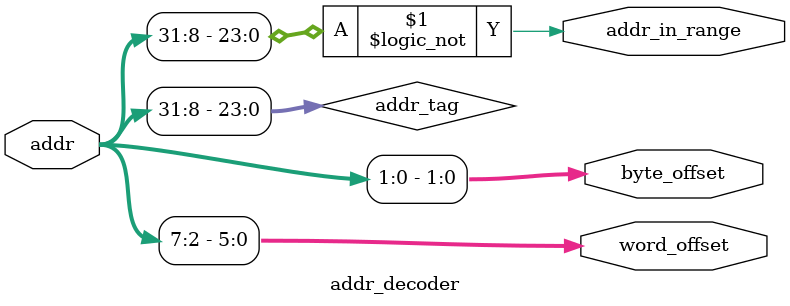
<source format=sv>
module addr_decoder #(
    parameter logic[31:0] BaseAddr = 32'h0000_0000,
    parameter int OffsetWidth = 6
)(
    input logic[31:0] addr,
    output logic[OffsetWidth-1:0] word_offset,
    output logic[1:0] byte_offset,
    output logic addr_in_range
);
    localparam int AddressWidth = OffsetWidth + 2;

    // The spec requires addr to be aligned,
    // so we also assume so
    logic[31:AddressWidth] addr_tag;

    assign {addr_tag, word_offset, byte_offset} = addr;
    assign addr_in_range = (addr_tag == BaseAddr[31:AddressWidth]);
endmodule

</source>
